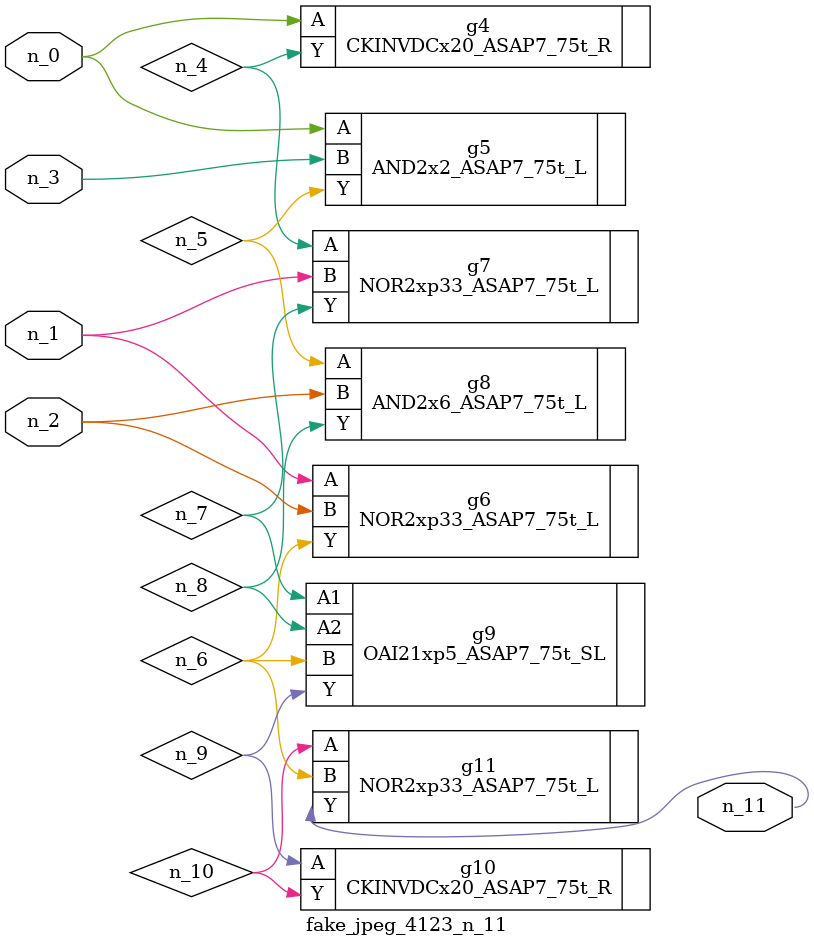
<source format=v>
module fake_jpeg_4123_n_11 (n_0, n_3, n_2, n_1, n_11);

input n_0;
input n_3;
input n_2;
input n_1;

output n_11;

wire n_10;
wire n_4;
wire n_8;
wire n_9;
wire n_6;
wire n_5;
wire n_7;

CKINVDCx20_ASAP7_75t_R g4 ( 
.A(n_0),
.Y(n_4)
);

AND2x2_ASAP7_75t_L g5 ( 
.A(n_0),
.B(n_3),
.Y(n_5)
);

NOR2xp33_ASAP7_75t_L g6 ( 
.A(n_1),
.B(n_2),
.Y(n_6)
);

NOR2xp33_ASAP7_75t_L g7 ( 
.A(n_4),
.B(n_1),
.Y(n_7)
);

OAI21xp5_ASAP7_75t_SL g9 ( 
.A1(n_7),
.A2(n_8),
.B(n_6),
.Y(n_9)
);

AND2x6_ASAP7_75t_L g8 ( 
.A(n_5),
.B(n_2),
.Y(n_8)
);

CKINVDCx20_ASAP7_75t_R g10 ( 
.A(n_9),
.Y(n_10)
);

NOR2xp33_ASAP7_75t_L g11 ( 
.A(n_10),
.B(n_6),
.Y(n_11)
);


endmodule
</source>
